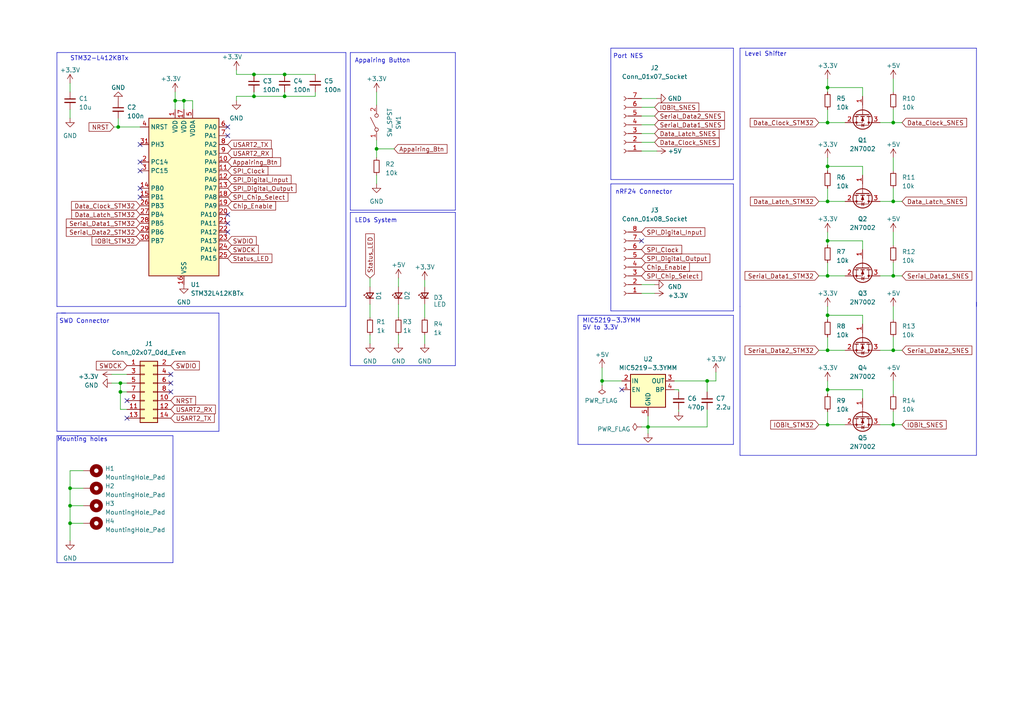
<source format=kicad_sch>
(kicad_sch (version 20230121) (generator eeschema)
  (paper "A4")
  (title_block (title "SNES Wireless Receiver (NRF24L01 Exclude)") (date "2023-04-20") (rev "4.0a") (company "ENSEA"))
  (lib_symbols
    (symbol "Connector:Conn_01x07_Socket" (pin_names (offset 1.016) hide)
      (property "Reference" "J" (at 0 10.16 0))
      (property "Value" "Conn_01x07_Socket" (at 0 -10.16 0))
      (symbol "Conn_01x07_Socket_1_1"
        (arc (start 0 -7.112) (mid -0.5058 -7.62) (end 0 -8.128) (stroke (width 0.1524)))
        (arc (start 0 -4.572) (mid -0.5058 -5.08) (end 0 -5.588) (stroke (width 0.1524)))
        (arc (start 0 -2.032) (mid -0.5058 -2.54) (end 0 -3.048) (stroke (width 0.1524)))
        (polyline (pts (xy -1.27 -7.62) (xy -0.508 -7.62)) (stroke (width 0.1524)))
        (polyline (pts (xy -1.27 -5.08) (xy -0.508 -5.08)) (stroke (width 0.1524)))
        (polyline (pts (xy -1.27 -2.54) (xy -0.508 -2.54)) (stroke (width 0.1524)))
        (polyline (pts (xy -1.27 0) (xy -0.508 0)) (stroke (width 0.1524)))
        (polyline (pts (xy -1.27 2.54) (xy -0.508 2.54)) (stroke (width 0.1524)))
        (polyline (pts (xy -1.27 5.08) (xy -0.508 5.08)) (stroke (width 0.1524)))
        (polyline (pts (xy -1.27 7.62) (xy -0.508 7.62)) (stroke (width 0.1524)))
        (arc (start 0 0.508) (mid -0.5058 0) (end 0 -0.508) (stroke (width 0.1524)))
        (arc (start 0 3.048) (mid -0.5058 2.54) (end 0 2.032) (stroke (width 0.1524)))
        (arc (start 0 5.588) (mid -0.5058 5.08) (end 0 4.572) (stroke (width 0.1524)))
        (arc (start 0 8.128) (mid -0.5058 7.62) (end 0 7.112) (stroke (width 0.1524)))
        (pin passive line (at -5.08 7.62 0) (length 3.81) (name "Pin_1") (number "1"))
        (pin passive line (at -5.08 5.08 0) (length 3.81) (name "Pin_2") (number "2"))
        (pin passive line (at -5.08 2.54 0) (length 3.81) (name "Pin_3") (number "3"))
        (pin passive line (at -5.08 0 0) (length 3.81) (name "Pin_4") (number "4"))
        (pin passive line (at -5.08 -2.54 0) (length 3.81) (name "Pin_5") (number "5"))
        (pin passive line (at -5.08 -5.08 0) (length 3.81) (name "Pin_6") (number "6"))
        (pin passive line (at -5.08 -7.62 0) (length 3.81) (name "Pin_7") (number "7"))
      )
    )
    (symbol "Connector:Conn_01x08_Socket" (pin_names (offset 1.016) hide)
      (property "Reference" "J" (at 0 10.16 0))
      (property "Value" "Conn_01x08_Socket" (at 0 -12.7 0))
      (symbol "Conn_01x08_Socket_1_1"
        (arc (start 0 -9.652) (mid -0.5058 -10.16) (end 0 -10.668) (stroke (width 0.1524)))
        (arc (start 0 -7.112) (mid -0.5058 -7.62) (end 0 -8.128) (stroke (width 0.1524)))
        (arc (start 0 -4.572) (mid -0.5058 -5.08) (end 0 -5.588) (stroke (width 0.1524)))
        (arc (start 0 -2.032) (mid -0.5058 -2.54) (end 0 -3.048) (stroke (width 0.1524)))
        (polyline (pts (xy -1.27 -10.16) (xy -0.508 -10.16)) (stroke (width 0.1524)))
        (polyline (pts (xy -1.27 -7.62) (xy -0.508 -7.62)) (stroke (width 0.1524)))
        (polyline (pts (xy -1.27 -5.08) (xy -0.508 -5.08)) (stroke (width 0.1524)))
        (polyline (pts (xy -1.27 -2.54) (xy -0.508 -2.54)) (stroke (width 0.1524)))
        (polyline (pts (xy -1.27 0) (xy -0.508 0)) (stroke (width 0.1524)))
        (polyline (pts (xy -1.27 2.54) (xy -0.508 2.54)) (stroke (width 0.1524)))
        (polyline (pts (xy -1.27 5.08) (xy -0.508 5.08)) (stroke (width 0.1524)))
        (polyline (pts (xy -1.27 7.62) (xy -0.508 7.62)) (stroke (width 0.1524)))
        (arc (start 0 0.508) (mid -0.5058 0) (end 0 -0.508) (stroke (width 0.1524)))
        (arc (start 0 3.048) (mid -0.5058 2.54) (end 0 2.032) (stroke (width 0.1524)))
        (arc (start 0 5.588) (mid -0.5058 5.08) (end 0 4.572) (stroke (width 0.1524)))
        (arc (start 0 8.128) (mid -0.5058 7.62) (end 0 7.112) (stroke (width 0.1524)))
        (pin passive line (at -5.08 7.62 0) (length 3.81) (name "Pin_1") (number "1"))
        (pin passive line (at -5.08 5.08 0) (length 3.81) (name "Pin_2") (number "2"))
        (pin passive line (at -5.08 2.54 0) (length 3.81) (name "Pin_3") (number "3"))
        (pin passive line (at -5.08 0 0) (length 3.81) (name "Pin_4") (number "4"))
        (pin passive line (at -5.08 -2.54 0) (length 3.81) (name "Pin_5") (number "5"))
        (pin passive line (at -5.08 -5.08 0) (length 3.81) (name "Pin_6") (number "6"))
        (pin passive line (at -5.08 -7.62 0) (length 3.81) (name "Pin_7") (number "7"))
        (pin passive line (at -5.08 -10.16 0) (length 3.81) (name "Pin_8") (number "8"))
      )
    )
    (symbol "Connector_Generic:Conn_02x07_Odd_Even" (pin_names (offset 1.016) hide)
      (property "Reference" "J" (at 1.27 10.16 0))
      (property "Value" "Conn_02x07_Odd_Even" (at 1.27 -10.16 0))
      (symbol "Conn_02x07_Odd_Even_1_1"
        (rectangle (start -1.27 -7.493) (end 0 -7.747) (stroke (width 0.1524)))
        (rectangle (start -1.27 -4.953) (end 0 -5.207) (stroke (width 0.1524)))
        (rectangle (start -1.27 -2.413) (end 0 -2.667) (stroke (width 0.1524)))
        (rectangle (start -1.27 0.127) (end 0 -0.127) (stroke (width 0.1524)))
        (rectangle (start -1.27 2.667) (end 0 2.413) (stroke (width 0.1524)))
        (rectangle (start -1.27 5.207) (end 0 4.953) (stroke (width 0.1524)))
        (rectangle (start -1.27 7.747) (end 0 7.493) (stroke (width 0.1524)))
        (rectangle (start -1.27 8.89) (end 3.81 -8.89) (stroke (width 0.254)) (fill (type background)))
        (rectangle (start 3.81 -7.493) (end 2.54 -7.747) (stroke (width 0.1524)))
        (rectangle (start 3.81 -4.953) (end 2.54 -5.207) (stroke (width 0.1524)))
        (rectangle (start 3.81 -2.413) (end 2.54 -2.667) (stroke (width 0.1524)))
        (rectangle (start 3.81 0.127) (end 2.54 -0.127) (stroke (width 0.1524)))
        (rectangle (start 3.81 2.667) (end 2.54 2.413) (stroke (width 0.1524)))
        (rectangle (start 3.81 5.207) (end 2.54 4.953) (stroke (width 0.1524)))
        (rectangle (start 3.81 7.747) (end 2.54 7.493) (stroke (width 0.1524)))
        (pin passive line (at -5.08 7.62 0) (length 3.81) (name "Pin_1") (number "1"))
        (pin passive line (at 7.62 -2.54 180) (length 3.81) (name "Pin_10") (number "10"))
        (pin passive line (at -5.08 -5.08 0) (length 3.81) (name "Pin_11") (number "11"))
        (pin passive line (at 7.62 -5.08 180) (length 3.81) (name "Pin_12") (number "12"))
        (pin passive line (at -5.08 -7.62 0) (length 3.81) (name "Pin_13") (number "13"))
        (pin passive line (at 7.62 -7.62 180) (length 3.81) (name "Pin_14") (number "14"))
        (pin passive line (at 7.62 7.62 180) (length 3.81) (name "Pin_2") (number "2"))
        (pin passive line (at -5.08 5.08 0) (length 3.81) (name "Pin_3") (number "3"))
        (pin passive line (at 7.62 5.08 180) (length 3.81) (name "Pin_4") (number "4"))
        (pin passive line (at -5.08 2.54 0) (length 3.81) (name "Pin_5") (number "5"))
        (pin passive line (at 7.62 2.54 180) (length 3.81) (name "Pin_6") (number "6"))
        (pin passive line (at -5.08 0 0) (length 3.81) (name "Pin_7") (number "7"))
        (pin passive line (at 7.62 0 180) (length 3.81) (name "Pin_8") (number "8"))
        (pin passive line (at -5.08 -2.54 0) (length 3.81) (name "Pin_9") (number "9"))
      )
    )
    (symbol "Device:C_Small" (pin_numbers hide) (pin_names (offset 0.254) hide)
      (property "Reference" "C" (at 0.254 1.778 0))
      (property "Value" "C_Small" (at 0.254 -2.032 0))
      (symbol "C_Small_0_1"
        (polyline (pts (xy -1.524 -0.508) (xy 1.524 -0.508)) (stroke (width 0.3302)))
        (polyline (pts (xy -1.524 0.508) (xy 1.524 0.508)) (stroke (width 0.3048)))
      )
      (symbol "C_Small_1_1"
        (pin passive line (at 0 2.54 270) (length 2.032) (name "~") (number "1"))
        (pin passive line (at 0 -2.54 90) (length 2.032) (name "~") (number "2"))
      )
    )
    (symbol "Device:LED_Small" (pin_numbers hide) (pin_names (offset 0.254) hide)
      (property "Reference" "D" (at -1.27 3.175 0))
      (property "Value" "LED_Small" (at -4.445 -2.54 0))
      (symbol "LED_Small_0_1"
        (polyline (pts (xy -0.762 -1.016) (xy -0.762 1.016)) (stroke (width 0.254)))
        (polyline (pts (xy 1.016 0) (xy -0.762 0)))
        (polyline (pts (xy 0.762 -1.016) (xy -0.762 0) (xy 0.762 1.016) (xy 0.762 -1.016)) (stroke (width 0.254)))
        (polyline (pts (xy 0 0.762) (xy -0.508 1.27) (xy -0.254 1.27) (xy -0.508 1.27) (xy -0.508 1.016)))
        (polyline (pts (xy 0.508 1.27) (xy 0 1.778) (xy 0.254 1.778) (xy 0 1.778) (xy 0 1.524)))
      )
      (symbol "LED_Small_1_1"
        (pin passive line (at -2.54 0 0) (length 1.778) (name "K") (number "1"))
        (pin passive line (at 2.54 0 180) (length 1.778) (name "A") (number "2"))
      )
    )
    (symbol "Device:R_Small" (pin_numbers hide) (pin_names (offset 0.254) hide)
      (property "Reference" "R" (at 0.762 0.508 0))
      (property "Value" "R_Small" (at 0.762 -1.016 0))
      (symbol "R_Small_0_1"
        (rectangle (start -0.762 1.778) (end 0.762 -1.778) (stroke (width 0.2032)))
      )
      (symbol "R_Small_1_1"
        (pin passive line (at 0 2.54 270) (length 0.762) (name "~") (number "1"))
        (pin passive line (at 0 -2.54 90) (length 0.762) (name "~") (number "2"))
      )
    )
    (symbol "MCU_ST_STM32L4:STM32L412KBTx"
      (property "Reference" "U" (at -10.16 24.13 0))
      (property "Value" "STM32L412KBTx" (at 5.08 24.13 0))
      (symbol "STM32L412KBTx_0_1"
        (rectangle (start -10.16 -22.86) (end 10.16 22.86) (stroke (width 0.254)) (fill (type background)))
      )
      (symbol "STM32L412KBTx_1_1"
        (pin power_in line (at -2.54 25.4 270) (length 2.54) (name "VDD") (number "1"))
        (pin bidirectional line (at 12.7 10.16 180) (length 2.54) (name "PA4") (number "10"))
        (pin bidirectional line (at 12.7 7.62 180) (length 2.54) (name "PA5") (number "11"))
        (pin bidirectional line (at 12.7 5.08 180) (length 2.54) (name "PA6") (number "12"))
        (pin bidirectional line (at 12.7 2.54 180) (length 2.54) (name "PA7") (number "13"))
        (pin bidirectional line (at -12.7 2.54 0) (length 2.54) (name "PB0") (number "14"))
        (pin bidirectional line (at -12.7 0 0) (length 2.54) (name "PB1") (number "15"))
        (pin power_in line (at 0 -25.4 90) (length 2.54) (name "VSS") (number "16"))
        (pin power_in line (at 0 25.4 270) (length 2.54) (name "VDD") (number "17"))
        (pin bidirectional line (at 12.7 0 180) (length 2.54) (name "PA8") (number "18"))
        (pin bidirectional line (at 12.7 -2.54 180) (length 2.54) (name "PA9") (number "19"))
        (pin bidirectional line (at -12.7 10.16 0) (length 2.54) (name "PC14") (number "2"))
        (pin bidirectional line (at 12.7 -5.08 180) (length 2.54) (name "PA10") (number "20"))
        (pin bidirectional line (at 12.7 -7.62 180) (length 2.54) (name "PA11") (number "21"))
        (pin bidirectional line (at 12.7 -10.16 180) (length 2.54) (name "PA12") (number "22"))
        (pin bidirectional line (at 12.7 -12.7 180) (length 2.54) (name "PA13") (number "23"))
        (pin bidirectional line (at 12.7 -15.24 180) (length 2.54) (name "PA14") (number "24"))
        (pin bidirectional line (at 12.7 -17.78 180) (length 2.54) (name "PA15") (number "25"))
        (pin bidirectional line (at -12.7 -2.54 0) (length 2.54) (name "PB3") (number "26"))
        (pin bidirectional line (at -12.7 -5.08 0) (length 2.54) (name "PB4") (number "27"))
        (pin bidirectional line (at -12.7 -7.62 0) (length 2.54) (name "PB5") (number "28"))
        (pin bidirectional line (at -12.7 -10.16 0) (length 2.54) (name "PB6") (number "29"))
        (pin bidirectional line (at -12.7 7.62 0) (length 2.54) (name "PC15") (number "3"))
        (pin bidirectional line (at -12.7 -12.7 0) (length 2.54) (name "PB7") (number "30"))
        (pin bidirectional line (at -12.7 15.24 0) (length 2.54) (name "PH3") (number "31"))
        (pin passive line (at 0 -25.4 90) (length 2.54) hide (name "VSS") (number "32"))
        (pin input line (at -12.7 20.32 0) (length 2.54) (name "NRST") (number "4"))
        (pin power_in line (at 2.54 25.4 270) (length 2.54) (name "VDDA") (number "5"))
        (pin bidirectional line (at 12.7 20.32 180) (length 2.54) (name "PA0") (number "6"))
        (pin bidirectional line (at 12.7 17.78 180) (length 2.54) (name "PA1") (number "7"))
        (pin bidirectional line (at 12.7 15.24 180) (length 2.54) (name "PA2") (number "8"))
        (pin bidirectional line (at 12.7 12.7 180) (length 2.54) (name "PA3") (number "9"))
      )
    )
    (symbol "Mechanical:MountingHole_Pad" (pin_numbers hide) (pin_names (offset 1.016) hide)
      (property "Reference" "H" (at 0 6.35 0))
      (property "Value" "MountingHole_Pad" (at 0 4.445 0))
      (symbol "MountingHole_Pad_0_1"
        (circle (center 0 1.27) (radius 1.27) (stroke (width 1.27)))
      )
      (symbol "MountingHole_Pad_1_1"
        (pin input line (at 0 -2.54 90) (length 2.54) (name "1") (number "1"))
      )
    )
    (symbol "Regulator_Linear:MIC5219-3.3YMM" (pin_names (offset 0.254))
      (property "Reference" "U" (at -3.81 5.715 0))
      (property "Value" "MIC5219-3.3YMM" (at 0 5.715 0))
      (symbol "MIC5219-3.3YMM_0_1"
        (rectangle (start -5.08 4.445) (end 5.08 -5.08) (stroke (width 0.254)) (fill (type background)))
      )
      (symbol "MIC5219-3.3YMM_1_1"
        (pin input line (at -7.62 0 0) (length 2.54) (name "EN") (number "1"))
        (pin power_in line (at -7.62 2.54 0) (length 2.54) (name "IN") (number "2"))
        (pin power_out line (at 7.62 2.54 180) (length 2.54) (name "OUT") (number "3"))
        (pin input line (at 7.62 0 180) (length 2.54) (name "BP") (number "4"))
        (pin power_in line (at 0 -7.62 90) (length 2.54) (name "GND") (number "5"))
        (pin passive line (at 0 -7.62 90) (length 2.54) hide (name "GND") (number "6"))
        (pin passive line (at 0 -7.62 90) (length 2.54) hide (name "GND") (number "7"))
        (pin passive line (at 0 -7.62 90) (length 2.54) hide (name "GND") (number "8"))
      )
    )
    (symbol "Switch:SW_SPST" (pin_names (offset 0) hide)
      (property "Reference" "SW" (at 0 3.175 0))
      (property "Value" "SW_SPST" (at 0 -2.54 0))
      (symbol "SW_SPST_0_0"
        (circle (center -2.032 0) (radius 0.508))
        (polyline (pts (xy -1.524 0.254) (xy 1.524 1.778)))
        (circle (center 2.032 0) (radius 0.508))
      )
      (symbol "SW_SPST_1_1"
        (pin passive line (at -5.08 0 0) (length 2.54) (name "A") (number "1"))
        (pin passive line (at 5.08 0 180) (length 2.54) (name "B") (number "2"))
      )
    )
    (symbol "Transistor_FET:2N7002" (pin_names hide)
      (property "Reference" "Q" (at 5.08 1.905 0))
      (property "Value" "2N7002" (at 5.08 0 0))
      (symbol "2N7002_0_1"
        (polyline (pts (xy 0.254 0) (xy -2.54 0)))
        (polyline (pts (xy 0.254 1.905) (xy 0.254 -1.905)) (stroke (width 0.254)))
        (polyline (pts (xy 0.762 -1.27) (xy 0.762 -2.286)) (stroke (width 0.254)))
        (polyline (pts (xy 0.762 0.508) (xy 0.762 -0.508)) (stroke (width 0.254)))
        (polyline (pts (xy 0.762 2.286) (xy 0.762 1.27)) (stroke (width 0.254)))
        (polyline (pts (xy 2.54 2.54) (xy 2.54 1.778)))
        (polyline (pts (xy 2.54 -2.54) (xy 2.54 0) (xy 0.762 0)))
        (polyline (pts (xy 0.762 -1.778) (xy 3.302 -1.778) (xy 3.302 1.778) (xy 0.762 1.778)))
        (polyline (pts (xy 1.016 0) (xy 2.032 0.381) (xy 2.032 -0.381) (xy 1.016 0)) (fill (type outline)))
        (polyline (pts (xy 2.794 0.508) (xy 2.921 0.381) (xy 3.683 0.381) (xy 3.81 0.254)))
        (polyline (pts (xy 3.302 0.381) (xy 2.921 -0.254) (xy 3.683 -0.254) (xy 3.302 0.381)))
        (circle (center 1.651 0) (radius 2.794) (stroke (width 0.254)))
        (circle (center 2.54 -1.778) (radius 0.254) (fill (type outline)))
        (circle (center 2.54 1.778) (radius 0.254) (fill (type outline)))
      )
      (symbol "2N7002_1_1"
        (pin input line (at -5.08 0 0) (length 2.54) (name "G") (number "1"))
        (pin passive line (at 2.54 -5.08 90) (length 2.54) (name "S") (number "2"))
        (pin passive line (at 2.54 5.08 270) (length 2.54) (name "D") (number "3"))
      )
    )
    (symbol "power:+3.3V" (power) (pin_names (offset 0))
      (property "Value" "+3.3V" (at 0 3.556 0))
      (symbol "+3.3V_0_1"
        (polyline (pts (xy -0.762 1.27) (xy 0 2.54)))
        (polyline (pts (xy 0 0) (xy 0 2.54)))
        (polyline (pts (xy 0 2.54) (xy 0.762 1.27)))
      )
      (symbol "+3.3V_1_1"
        (pin power_in line (at 0 0 90) (length 0) hide (name "+3.3V") (number "1"))
      )
    )
    (symbol "power:+5V" (power) (pin_names (offset 0))
      (property "Value" "+5V" (at 0 3.556 0))
      (symbol "+5V_0_1"
        (polyline (pts (xy -0.762 1.27) (xy 0 2.54)))
        (polyline (pts (xy 0 0) (xy 0 2.54)))
        (polyline (pts (xy 0 2.54) (xy 0.762 1.27)))
      )
      (symbol "+5V_1_1"
        (pin power_in line (at 0 0 90) (length 0) hide (name "+5V") (number "1"))
      )
    )
    (symbol "power:GND" (power) (pin_names (offset 0))
      (property "Value" "GND" (at 0 -3.81 0))
      (symbol "GND_0_1"
        (polyline (pts (xy 0 0) (xy 0 -1.27) (xy 1.27 -1.27) (xy 0 -2.54) (xy -1.27 -1.27) (xy 0 -1.27)))
      )
      (symbol "GND_1_1"
        (pin power_in line (at 0 0 270) (length 0) hide (name "GND") (number "1"))
      )
    )
    (symbol "power:PWR_FLAG" (power) (pin_numbers hide) (pin_names (offset 0) hide)
      (property "Value" "PWR_FLAG" (at 0 3.81 0))
      (symbol "PWR_FLAG_0_0"
        (pin power_out line (at 0 0 90) (length 0) (name "pwr") (number "1"))
      )
      (symbol "PWR_FLAG_0_1"
        (polyline (pts (xy 0 0) (xy 0 1.27) (xy -1.016 1.905) (xy 0 2.54) (xy 1.016 1.905) (xy 0 1.27)))
      )
    )
  )
  (junction (at 34.925 111.125))
  (junction (at 109.22 43.18))
  (junction (at 259.08 80.01))
  (junction (at 82.55 27.94))
  (junction (at 240.03 101.6))
  (junction (at 174.625 110.49))
  (junction (at 82.55 21.59))
  (junction (at 240.03 113.03))
  (junction (at 34.29 36.83))
  (junction (at 240.03 69.85))
  (junction (at 73.66 27.94))
  (junction (at 73.66 21.59))
  (junction (at 187.96 123.825))
  (junction (at 259.08 101.6))
  (junction (at 20.32 141.605))
  (junction (at 20.32 151.765))
  (junction (at 259.08 123.19))
  (junction (at 240.03 91.44))
  (junction (at 20.32 146.685))
  (junction (at 240.03 35.56))
  (junction (at 259.08 58.42))
  (junction (at 240.03 80.01))
  (junction (at 259.08 35.56))
  (junction (at 53.34 29.21))
  (junction (at 240.03 123.19))
  (junction (at 240.03 48.26))
  (junction (at 205.105 110.49))
  (junction (at 240.03 58.42))
  (junction (at 34.925 113.665))
  (junction (at 240.03 25.4))
  (junction (at 50.8 29.21))
  (no_connect (at 180.34 113.03))
  (no_connect (at 36.83 121.285))
  (no_connect (at 66.04 39.37))
  (no_connect (at 66.04 67.31))
  (no_connect (at 40.64 54.61))
  (no_connect (at 40.64 41.91))
  (no_connect (at 40.64 49.53))
  (no_connect (at 40.64 46.99))
  (no_connect (at 66.04 64.77))
  (no_connect (at 49.53 108.585))
  (no_connect (at 49.53 111.125))
  (no_connect (at 66.04 62.23))
  (no_connect (at 36.83 116.205))
  (no_connect (at 186.055 69.85))
  (no_connect (at 40.64 57.15))
  (no_connect (at 66.04 36.83))
  (no_connect (at 49.53 113.665))
  (wire (pts (xy 205.105 118.745) (xy 205.105 123.825)))
  (wire (pts (xy 115.57 80.645) (xy 115.57 83.185)))
  (polyline (pts (xy 283.21 132.08) (xy 283.21 87.63)))
  (wire (pts (xy 259.08 101.6) (xy 259.08 97.79)))
  (wire (pts (xy 187.96 120.65) (xy 187.96 123.825)))
  (wire (pts (xy 255.27 58.42) (xy 259.08 58.42)))
  (polyline (pts (xy 16.51 126.365) (xy 16.51 163.195)))
  (wire (pts (xy 189.865 31.115) (xy 186.055 31.115)))
  (wire (pts (xy 20.32 136.525) (xy 20.32 141.605)))
  (polyline (pts (xy 177.165 52.07) (xy 212.725 52.07)))
  (wire (pts (xy 250.19 93.98) (xy 250.19 91.44)))
  (wire (pts (xy 250.19 50.8) (xy 250.19 48.26)))
  (wire (pts (xy 196.85 113.03) (xy 196.85 113.665)))
  (polyline (pts (xy 177.165 13.97) (xy 177.165 52.07)))
  (wire (pts (xy 123.19 88.265) (xy 123.19 92.075)))
  (wire (pts (xy 34.925 111.125) (xy 32.385 111.125)))
  (wire (pts (xy 259.08 22.86) (xy 259.08 26.67)))
  (wire (pts (xy 237.49 101.6) (xy 240.03 101.6)))
  (wire (pts (xy 259.08 45.72) (xy 259.08 49.53)))
  (wire (pts (xy 255.27 101.6) (xy 259.08 101.6)))
  (wire (pts (xy 174.625 106.68) (xy 174.625 110.49)))
  (polyline (pts (xy 100.33 88.9) (xy 100.33 15.24)))
  (wire (pts (xy 20.32 146.685) (xy 24.13 146.685)))
  (wire (pts (xy 259.08 80.01) (xy 259.08 76.2)))
  (polyline (pts (xy 214.63 132.08) (xy 283.21 132.08)))
  (wire (pts (xy 259.08 101.6) (xy 261.62 101.6)))
  (wire (pts (xy 123.19 97.155) (xy 123.19 99.695)))
  (wire (pts (xy 240.03 113.03) (xy 240.03 114.3)))
  (wire (pts (xy 107.315 97.155) (xy 107.315 99.695)))
  (wire (pts (xy 109.22 40.64) (xy 109.22 43.18)))
  (wire (pts (xy 82.55 21.59) (xy 91.44 21.59)))
  (wire (pts (xy 55.88 29.21) (xy 53.34 29.21)))
  (wire (pts (xy 250.19 72.39) (xy 250.19 69.85)))
  (wire (pts (xy 180.34 110.49) (xy 174.625 110.49)))
  (polyline (pts (xy 63.5 125.095) (xy 63.5 90.805)))
  (polyline (pts (xy 215.9 13.97) (xy 283.21 13.97)))
  (wire (pts (xy 53.34 29.21) (xy 50.8 29.21)))
  (wire (pts (xy 20.32 141.605) (xy 20.32 146.685)))
  (wire (pts (xy 174.625 110.49) (xy 174.625 111.76)))
  (polyline (pts (xy 177.165 53.34) (xy 212.725 53.34)))
  (wire (pts (xy 240.03 97.79) (xy 240.03 101.6)))
  (polyline (pts (xy 167.64 128.905) (xy 212.725 128.905)))
  (wire (pts (xy 205.105 113.665) (xy 205.105 110.49)))
  (polyline (pts (xy 50.165 163.195) (xy 50.165 126.365)))
  (wire (pts (xy 109.22 50.8) (xy 109.22 53.34)))
  (wire (pts (xy 34.925 111.125) (xy 34.925 113.665)))
  (wire (pts (xy 24.13 136.525) (xy 20.32 136.525)))
  (wire (pts (xy 237.49 123.19) (xy 240.03 123.19)))
  (wire (pts (xy 20.32 151.765) (xy 20.32 156.845)))
  (wire (pts (xy 73.66 21.59) (xy 82.55 21.59)))
  (wire (pts (xy 255.27 35.56) (xy 259.08 35.56)))
  (wire (pts (xy 107.315 88.265) (xy 107.315 92.075)))
  (wire (pts (xy 240.03 110.49) (xy 240.03 113.03)))
  (wire (pts (xy 115.57 88.265) (xy 115.57 92.075)))
  (polyline (pts (xy 212.725 90.17) (xy 212.725 53.34)))
  (wire (pts (xy 73.66 27.94) (xy 68.58 27.94)))
  (wire (pts (xy 259.08 123.19) (xy 261.62 123.19)))
  (wire (pts (xy 186.055 82.55) (xy 189.865 82.55)))
  (wire (pts (xy 240.03 69.85) (xy 250.19 69.85)))
  (wire (pts (xy 240.03 69.85) (xy 240.03 71.12)))
  (polyline (pts (xy 101.6 60.96) (xy 132.08 60.96)))
  (wire (pts (xy 240.03 31.75) (xy 240.03 35.56)))
  (polyline (pts (xy 16.51 125.095) (xy 63.5 125.095)))
  (wire (pts (xy 186.055 36.195) (xy 189.865 36.195)))
  (wire (pts (xy 240.03 25.4) (xy 250.19 25.4)))
  (wire (pts (xy 34.925 113.665) (xy 36.83 113.665)))
  (wire (pts (xy 240.03 48.26) (xy 240.03 49.53)))
  (wire (pts (xy 259.08 123.19) (xy 259.08 119.38)))
  (wire (pts (xy 250.19 115.57) (xy 250.19 113.03)))
  (wire (pts (xy 186.055 28.575) (xy 190.5 28.575)))
  (wire (pts (xy 207.645 110.49) (xy 205.105 110.49)))
  (polyline (pts (xy 16.51 15.24) (xy 100.33 15.24)))
  (wire (pts (xy 240.03 54.61) (xy 240.03 58.42)))
  (polyline (pts (xy 214.63 13.97) (xy 214.63 88.9)))
  (wire (pts (xy 237.49 35.56) (xy 240.03 35.56)))
  (wire (pts (xy 20.32 146.685) (xy 20.32 151.765)))
  (wire (pts (xy 34.925 113.665) (xy 34.925 118.745)))
  (wire (pts (xy 20.32 141.605) (xy 24.13 141.605)))
  (wire (pts (xy 195.58 110.49) (xy 205.105 110.49)))
  (wire (pts (xy 55.88 31.75) (xy 55.88 29.21)))
  (wire (pts (xy 207.645 107.95) (xy 207.645 110.49)))
  (wire (pts (xy 186.055 41.275) (xy 189.865 41.275)))
  (wire (pts (xy 186.055 123.825) (xy 187.96 123.825)))
  (wire (pts (xy 68.58 27.94) (xy 68.58 29.21)))
  (polyline (pts (xy 167.64 91.44) (xy 167.64 128.905)))
  (wire (pts (xy 187.96 123.825) (xy 205.105 123.825)))
  (wire (pts (xy 240.03 80.01) (xy 245.11 80.01)))
  (wire (pts (xy 240.03 67.31) (xy 240.03 69.85)))
  (polyline (pts (xy 63.5 90.805) (xy 17.78 90.805)))
  (polyline (pts (xy 283.21 88.9) (xy 283.21 13.97)))
  (wire (pts (xy 109.22 26.67) (xy 109.22 30.48)))
  (wire (pts (xy 20.32 31.75) (xy 20.32 34.29)))
  (polyline (pts (xy 101.6 15.24) (xy 101.6 60.96)))
  (polyline (pts (xy 101.6 61.595) (xy 101.6 106.045)))
  (wire (pts (xy 33.02 36.83) (xy 34.29 36.83)))
  (wire (pts (xy 259.08 80.01) (xy 261.62 80.01)))
  (wire (pts (xy 123.19 81.28) (xy 123.19 83.185)))
  (polyline (pts (xy 16.51 92.075) (xy 16.51 125.095)))
  (polyline (pts (xy 212.725 52.07) (xy 212.725 13.97)))
  (polyline (pts (xy 101.6 106.045) (xy 132.08 106.045)))
  (wire (pts (xy 240.03 119.38) (xy 240.03 123.19)))
  (wire (pts (xy 186.055 38.735) (xy 189.865 38.735)))
  (wire (pts (xy 240.03 123.19) (xy 245.11 123.19)))
  (wire (pts (xy 34.925 111.125) (xy 36.83 111.125)))
  (polyline (pts (xy 132.08 106.045) (xy 132.08 61.595)))
  (wire (pts (xy 240.03 91.44) (xy 250.19 91.44)))
  (polyline (pts (xy 16.51 90.805) (xy 16.51 92.075)))
  (wire (pts (xy 50.8 29.21) (xy 50.8 26.67)))
  (polyline (pts (xy 132.08 60.96) (xy 132.08 15.24)))
  (wire (pts (xy 34.925 118.745) (xy 36.83 118.745)))
  (polyline (pts (xy 16.51 126.365) (xy 50.165 126.365)))
  (wire (pts (xy 195.58 113.03) (xy 196.85 113.03)))
  (wire (pts (xy 186.055 85.09) (xy 189.865 85.09)))
  (polyline (pts (xy 177.165 53.34) (xy 177.165 90.17)))
  (wire (pts (xy 50.8 29.21) (xy 50.8 31.75)))
  (wire (pts (xy 240.03 58.42) (xy 245.11 58.42)))
  (wire (pts (xy 255.27 80.01) (xy 259.08 80.01)))
  (polyline (pts (xy 167.64 91.44) (xy 212.725 91.44)))
  (wire (pts (xy 107.315 80.645) (xy 107.315 83.185)))
  (wire (pts (xy 240.03 25.4) (xy 240.03 26.67)))
  (wire (pts (xy 20.32 151.765) (xy 24.13 151.765)))
  (wire (pts (xy 237.49 80.01) (xy 240.03 80.01)))
  (polyline (pts (xy 177.165 90.17) (xy 212.725 90.17)))
  (polyline (pts (xy 16.51 15.24) (xy 16.51 88.9)))
  (wire (pts (xy 73.66 27.94) (xy 82.55 27.94)))
  (wire (pts (xy 82.55 27.94) (xy 82.55 26.67)))
  (wire (pts (xy 255.27 123.19) (xy 259.08 123.19)))
  (polyline (pts (xy 214.63 13.97) (xy 215.9 13.97)))
  (wire (pts (xy 73.66 21.59) (xy 68.58 21.59)))
  (wire (pts (xy 250.19 27.94) (xy 250.19 25.4)))
  (polyline (pts (xy 16.51 163.195) (xy 50.165 163.195)))
  (wire (pts (xy 20.32 24.13) (xy 20.32 26.67)))
  (wire (pts (xy 240.03 91.44) (xy 240.03 92.71)))
  (wire (pts (xy 34.29 34.29) (xy 34.29 36.83)))
  (polyline (pts (xy 16.51 88.9) (xy 100.33 88.9)))
  (wire (pts (xy 53.34 31.75) (xy 53.34 29.21)))
  (wire (pts (xy 259.08 58.42) (xy 261.62 58.42)))
  (wire (pts (xy 240.03 101.6) (xy 245.11 101.6)))
  (wire (pts (xy 91.44 27.94) (xy 91.44 26.67)))
  (wire (pts (xy 240.03 48.26) (xy 250.19 48.26)))
  (wire (pts (xy 73.66 27.94) (xy 73.66 26.67)))
  (wire (pts (xy 259.08 35.56) (xy 261.62 35.56)))
  (wire (pts (xy 36.83 108.585) (xy 32.385 108.585)))
  (wire (pts (xy 82.55 27.94) (xy 91.44 27.94)))
  (polyline (pts (xy 212.725 128.905) (xy 212.725 91.44)))
  (wire (pts (xy 240.03 88.9) (xy 240.03 91.44)))
  (wire (pts (xy 259.08 88.9) (xy 259.08 92.71)))
  (wire (pts (xy 237.49 58.42) (xy 240.03 58.42)))
  (wire (pts (xy 115.57 97.155) (xy 115.57 99.695)))
  (wire (pts (xy 259.08 35.56) (xy 259.08 31.75)))
  (wire (pts (xy 240.03 76.2) (xy 240.03 80.01)))
  (polyline (pts (xy 214.63 88.9) (xy 214.63 132.08)))
  (wire (pts (xy 189.865 33.655) (xy 186.055 33.655)))
  (wire (pts (xy 196.85 118.745) (xy 196.85 119.38)))
  (wire (pts (xy 240.03 22.86) (xy 240.03 25.4)))
  (polyline (pts (xy 16.51 90.805) (xy 19.05 90.805)))
  (wire (pts (xy 109.22 43.18) (xy 114.3 43.18)))
  (wire (pts (xy 240.03 35.56) (xy 245.11 35.56)))
  (wire (pts (xy 109.22 43.18) (xy 109.22 45.72)))
  (polyline (pts (xy 177.165 13.97) (xy 212.725 13.97)))
  (wire (pts (xy 259.08 58.42) (xy 259.08 54.61)))
  (wire (pts (xy 68.58 21.59) (xy 68.58 20.32)))
  (wire (pts (xy 186.055 43.815) (xy 190.5 43.815)))
  (polyline (pts (xy 101.6 61.595) (xy 132.08 61.595)))
  (wire (pts (xy 240.03 45.72) (xy 240.03 48.26)))
  (wire (pts (xy 34.29 36.83) (xy 40.64 36.83)))
  (wire (pts (xy 240.03 113.03) (xy 250.19 113.03)))
  (polyline (pts (xy 101.6 15.24) (xy 132.08 15.24)))
  (wire (pts (xy 187.96 123.825) (xy 187.96 125.73)))
  (wire (pts (xy 259.08 110.49) (xy 259.08 114.3)))
  (wire (pts (xy 259.08 67.31) (xy 259.08 71.12)))
  (text "MIC5219-3.3YMM\n5V to 3.3V" (at 168.91 95.885 0) (effects (font (size 1.27 1.27)) (justify left bottom)))
  (text "Appairing Button\n" (at 102.87 18.415 0) (effects (font (size 1.27 1.27)) (justify left bottom)))
  (text "Mounting holes\n" (at 16.51 128.27 0) (effects (font (size 1.27 1.27)) (justify left bottom)))
  (text "Level Shifter\n" (at 215.9 16.51 0) (effects (font (size 1.27 1.27)) (justify left bottom)))
  (text "nRF24 Connector" (at 178.435 56.515 0) (effects (font (size 1.27 1.27)) (justify left bottom)))
  (text "Port NES\n" (at 177.8 17.145 0) (effects (font (size 1.27 1.27)) (justify left bottom)))
  (text "LEDs System" (at 102.87 64.77 0) (effects (font (size 1.27 1.27)) (justify left bottom)))
  (text "SWD Connector" (at 17.145 93.98 0) (effects (font (size 1.27 1.27)) (justify left bottom)))
  (text "STM32-L412KBTx\n" (at 20.32 17.78 0) (effects (font (size 1.27 1.27)) (justify left bottom)))
  (global_label "Serial_Data1_STM32" (shape input) (at 40.64 64.77 180) (property "Intersheetrefs" "${INTERSHEET_REFS}" (effects hide)))
  (global_label "Chip_Enable" (shape input) (at 186.055 77.47 0) (property "Intersheetrefs" "${INTERSHEET_REFS}" (effects hide)))
  (global_label "SPI_Clock" (shape input) (at 66.04 49.53 0) (property "Intersheetrefs" "${INTERSHEET_REFS}" (effects hide)))
  (global_label "Data_Clock_STM32" (shape input) (at 237.49 35.56 180) (property "Intersheetrefs" "${INTERSHEET_REFS}" (effects hide)))
  (global_label "Serial_Data1_SNES" (shape input) (at 261.62 80.01 0) (property "Intersheetrefs" "${INTERSHEET_REFS}" (effects hide)))
  (global_label "SWDCK" (shape input) (at 66.04 72.39 0) (property "Intersheetrefs" "${INTERSHEET_REFS}" (effects hide)))
  (global_label "Data_Clock_SNES" (shape input) (at 189.865 41.275 0) (property "Intersheetrefs" "${INTERSHEET_REFS}" (effects hide)))
  (global_label "Data_Clock_STM32" (shape input) (at 40.64 59.69 180) (property "Intersheetrefs" "${INTERSHEET_REFS}" (effects hide)))
  (global_label "Data_Latch_STM32" (shape input) (at 237.49 58.42 180) (property "Intersheetrefs" "${INTERSHEET_REFS}" (effects hide)))
  (global_label "Serial_Data1_STM32" (shape input) (at 237.49 80.01 180) (property "Intersheetrefs" "${INTERSHEET_REFS}" (effects hide)))
  (global_label "Data_Clock_SNES" (shape input) (at 261.62 35.56 0) (property "Intersheetrefs" "${INTERSHEET_REFS}" (effects hide)))
  (global_label "USART2_RX" (shape input) (at 49.53 118.745 0) (property "Intersheetrefs" "${INTERSHEET_REFS}" (effects hide)))
  (global_label "IOBit_STM32" (shape input) (at 237.49 123.19 180) (property "Intersheetrefs" "${INTERSHEET_REFS}" (effects hide)))
  (global_label "Data_Latch_SNES" (shape input) (at 261.62 58.42 0) (property "Intersheetrefs" "${INTERSHEET_REFS}" (effects hide)))
  (global_label "Serial_Data1_SNES" (shape input) (at 189.865 36.195 0) (property "Intersheetrefs" "${INTERSHEET_REFS}" (effects hide)))
  (global_label "Serial_Data2_SNES" (shape input) (at 189.865 33.655 0) (property "Intersheetrefs" "${INTERSHEET_REFS}" (effects hide)))
  (global_label "IOBit_STM32" (shape input) (at 40.64 69.85 180) (property "Intersheetrefs" "${INTERSHEET_REFS}" (effects hide)))
  (global_label "Data_Latch_STM32" (shape input) (at 40.64 62.23 180) (property "Intersheetrefs" "${INTERSHEET_REFS}" (effects hide)))
  (global_label "SPI_Chip_Select" (shape input) (at 66.04 57.15 0) (property "Intersheetrefs" "${INTERSHEET_REFS}" (effects hide)))
  (global_label "USART2_TX" (shape input) (at 49.53 121.285 0) (property "Intersheetrefs" "${INTERSHEET_REFS}" (effects hide)))
  (global_label "Serial_Data2_SNES" (shape input) (at 261.62 101.6 0) (property "Intersheetrefs" "${INTERSHEET_REFS}" (effects hide)))
  (global_label "IOBit_SNES" (shape input) (at 189.865 31.115 0) (property "Intersheetrefs" "${INTERSHEET_REFS}" (effects hide)))
  (global_label "SPI_Clock" (shape input) (at 186.055 72.39 0) (property "Intersheetrefs" "${INTERSHEET_REFS}" (effects hide)))
  (global_label "USART2_TX" (shape input) (at 66.04 41.91 0) (property "Intersheetrefs" "${INTERSHEET_REFS}" (effects hide)))
  (global_label "Chip_Enable" (shape input) (at 66.04 59.69 0) (property "Intersheetrefs" "${INTERSHEET_REFS}" (effects hide)))
  (global_label "SWDIO" (shape input) (at 66.04 69.85 0) (property "Intersheetrefs" "${INTERSHEET_REFS}" (effects hide)))
  (global_label "Status_LED" (shape input) (at 66.04 74.93 0) (property "Intersheetrefs" "${INTERSHEET_REFS}" (effects hide)))
  (global_label "SPI_Digital_Output" (shape input) (at 66.04 54.61 0) (property "Intersheetrefs" "${INTERSHEET_REFS}" (effects hide)))
  (global_label "Status_LED" (shape input) (at 107.315 80.645 90) (property "Intersheetrefs" "${INTERSHEET_REFS}" (effects hide)))
  (global_label "SWDCK" (shape input) (at 36.83 106.045 180) (property "Intersheetrefs" "${INTERSHEET_REFS}" (effects hide)))
  (global_label "Serial_Data2_STM32" (shape input) (at 237.49 101.6 180) (property "Intersheetrefs" "${INTERSHEET_REFS}" (effects hide)))
  (global_label "USART2_RX" (shape input) (at 66.04 44.45 0) (property "Intersheetrefs" "${INTERSHEET_REFS}" (effects hide)))
  (global_label "SPI_Digital_Input" (shape input) (at 66.04 52.07 0) (property "Intersheetrefs" "${INTERSHEET_REFS}" (effects hide)))
  (global_label "NRST" (shape input) (at 49.53 116.205 0) (property "Intersheetrefs" "${INTERSHEET_REFS}" (effects hide)))
  (global_label "Appairing_Btn" (shape input) (at 114.3 43.18 0) (property "Intersheetrefs" "${INTERSHEET_REFS}" (effects hide)))
  (global_label "Data_Latch_SNES" (shape input) (at 189.865 38.735 0) (property "Intersheetrefs" "${INTERSHEET_REFS}" (effects hide)))
  (global_label "IOBit_SNES" (shape input) (at 261.62 123.19 0) (property "Intersheetrefs" "${INTERSHEET_REFS}" (effects hide)))
  (global_label "SPI_Digital_Input" (shape input) (at 186.055 67.31 0) (property "Intersheetrefs" "${INTERSHEET_REFS}" (effects hide)))
  (global_label "SPI_Chip_Select" (shape input) (at 186.055 80.01 0) (property "Intersheetrefs" "${INTERSHEET_REFS}" (effects hide)))
  (global_label "Appairing_Btn" (shape input) (at 66.04 46.99 0) (property "Intersheetrefs" "${INTERSHEET_REFS}" (effects hide)))
  (global_label "Serial_Data2_STM32" (shape input) (at 40.64 67.31 180) (property "Intersheetrefs" "${INTERSHEET_REFS}" (effects hide)))
  (global_label "NRST" (shape input) (at 33.02 36.83 180) (property "Intersheetrefs" "${INTERSHEET_REFS}" (effects hide)))
  (global_label "SWDIO" (shape input) (at 49.53 106.045 0) (property "Intersheetrefs" "${INTERSHEET_REFS}" (effects hide)))
  (global_label "SPI_Digital_Output" (shape input) (at 186.055 74.93 0) (property "Intersheetrefs" "${INTERSHEET_REFS}" (effects hide)))
  (symbol (lib_id "Device:C_Small") (at 20.32 29.21 0) (unit 1)
    (property "Reference" "C1" (at 22.86 28.5813 0) (effects (justify left)))
    (property "Value" "10u" (at 22.86 31.1213 0) (effects (justify left)))
    (property "Footprint" "Capacitor_SMD:C_0603_1608Metric_Pad1.08x0.95mm_HandSolder" (effects hide))
  )
  (symbol (lib_id "Device:R_Small") (at 259.08 116.84 0) (unit 1)
    (property "Reference" "R14" (at 261.62 116.205 0) (effects (justify left)))
    (property "Value" "10k" (at 261.62 118.745 0) (effects (justify left)))
    (property "Footprint" "Resistor_SMD:R_0603_1608Metric_Pad0.98x0.95mm_HandSolder" (effects hide))
  )
  (symbol (lib_id "power:GND") (at 20.32 34.29 0) (unit 1)
    (property "Reference" "#PWR02" (effects hide))
    (property "Value" "GND" (at 20.32 39.37 0))
  )
  (symbol (lib_id "Mechanical:MountingHole_Pad") (at 26.67 141.605 270) (unit 1)
    (property "Reference" "H2" (at 30.48 140.97 90) (effects (justify left)))
    (property "Value" "MountingHole_Pad" (at 30.48 143.51 90) (effects (justify left)))
    (property "Footprint" "MountingHole:MountingHole_3.2mm_M3_DIN965_Pad" (effects hide))
  )
  (symbol (lib_id "MCU_ST_STM32L4:STM32L412KBTx") (at 53.34 57.15 0) (unit 1)
    (property "Reference" "U1" (at 55.2959 82.55 0) (effects (justify left)))
    (property "Value" "STM32L412KBTx" (at 55.2959 85.09 0) (effects (justify left)))
    (property "Footprint" "Package_QFP:LQFP-32_7x7mm_P0.8mm" (effects hide))
    (property "Datasheet" "https://www.st.com/resource/en/datasheet/stm32l412kb.pdf" (effects hide))
  )
  (symbol (lib_id "power:GND") (at 187.96 125.73 0) (unit 1)
    (property "Reference" "#PWR019" (effects hide))
    (property "Value" "GND" (effects hide))
  )
  (symbol (lib_id "power:GND") (at 123.19 99.695 0) (unit 1)
    (property "Reference" "#PWR017" (effects hide))
    (property "Value" "GND" (at 123.19 104.775 0))
  )
  (symbol (lib_id "power:+3.3V") (at 207.645 107.95 0) (unit 1)
    (property "Reference" "#PWR025" (effects hide))
    (property "Value" "+3.3V" (at 207.645 104.14 0))
  )
  (symbol (lib_id "power:+3.3V") (at 240.03 45.72 0) (unit 1)
    (property "Reference" "#PWR027" (effects hide))
    (property "Value" "+3.3V" (at 240.03 41.91 0))
  )
  (symbol (lib_id "power:+3.3V") (at 240.03 67.31 0) (unit 1)
    (property "Reference" "#PWR028" (effects hide))
    (property "Value" "+3.3V" (at 240.03 63.5 0))
  )
  (symbol (lib_id "Device:R_Small") (at 240.03 95.25 0) (unit 1)
    (property "Reference" "R8" (at 242.57 94.615 0) (effects (justify left)))
    (property "Value" "10k" (at 242.57 97.155 0) (effects (justify left)))
    (property "Footprint" "Resistor_SMD:R_0603_1608Metric_Pad0.98x0.95mm_HandSolder" (effects hide))
  )
  (symbol (lib_id "Device:C_Small") (at 196.85 116.205 0) (unit 1)
    (property "Reference" "C6" (at 199.39 115.5763 0) (effects (justify left)))
    (property "Value" "470p" (at 199.39 118.1163 0) (effects (justify left)))
    (property "Footprint" "Capacitor_SMD:C_0603_1608Metric_Pad1.08x0.95mm_HandSolder" (effects hide))
  )
  (symbol (lib_id "Device:R_Small") (at 259.08 52.07 0) (unit 1)
    (property "Reference" "R11" (at 261.62 51.435 0) (effects (justify left)))
    (property "Value" "10k" (at 261.62 53.975 0) (effects (justify left)))
    (property "Footprint" "Resistor_SMD:R_0603_1608Metric_Pad0.98x0.95mm_HandSolder" (effects hide))
  )
  (symbol (lib_id "Device:R_Small") (at 107.315 94.615 0) (unit 1)
    (property "Reference" "R1" (at 110.49 93.345 0))
    (property "Value" "1k" (at 110.49 95.885 0))
    (property "Footprint" "Resistor_SMD:R_0603_1608Metric_Pad0.98x0.95mm_HandSolder" (effects hide))
  )
  (symbol (lib_id "Device:R_Small") (at 240.03 73.66 0) (unit 1)
    (property "Reference" "R7" (at 242.57 73.025 0) (effects (justify left)))
    (property "Value" "10k" (at 242.57 75.565 0) (effects (justify left)))
    (property "Footprint" "Resistor_SMD:R_0603_1608Metric_Pad0.98x0.95mm_HandSolder" (effects hide))
  )
  (symbol (lib_id "power:+3.3V") (at 68.58 20.32 0) (unit 1)
    (property "Reference" "#PWR09" (effects hide))
    (property "Value" "+3.3V" (at 67.31 16.51 0))
  )
  (symbol (lib_id "Device:C_Small") (at 91.44 24.13 0) (unit 1)
    (property "Reference" "C5" (at 93.98 23.5013 0) (effects (justify left)))
    (property "Value" "100n" (at 93.98 26.0413 0) (effects (justify left)))
    (property "Footprint" "Capacitor_SMD:C_0603_1608Metric_Pad1.08x0.95mm_HandSolder" (effects hide))
  )
  (symbol (lib_id "power:GND") (at 107.315 99.695 0) (unit 1)
    (property "Reference" "#PWR011" (effects hide))
    (property "Value" "GND" (at 107.315 104.775 0))
  )
  (symbol (lib_id "power:GND") (at 53.34 82.55 0) (unit 1)
    (property "Reference" "#PWR08" (effects hide))
    (property "Value" "GND" (at 53.34 87.63 0))
  )
  (symbol (lib_id "power:PWR_FLAG") (at 186.055 123.825 90) (unit 1)
    (property "Reference" "#FLG02" (effects hide))
    (property "Value" "PWR_FLAG" (at 182.88 124.46 90) (effects (justify left)))
  )
  (symbol (lib_id "Device:R_Small") (at 259.08 95.25 0) (unit 1)
    (property "Reference" "R13" (at 261.62 94.615 0) (effects (justify left)))
    (property "Value" "10k" (at 261.62 97.155 0) (effects (justify left)))
    (property "Footprint" "Resistor_SMD:R_0603_1608Metric_Pad0.98x0.95mm_HandSolder" (effects hide))
  )
  (symbol (lib_id "power:+5V") (at 259.08 88.9 0) (unit 1)
    (property "Reference" "#PWR034" (effects hide))
    (property "Value" "+5V" (at 259.08 85.09 0))
  )
  (symbol (lib_id "power:+3.3V") (at 123.19 81.28 0) (unit 1)
    (property "Reference" "#PWR016" (effects hide))
    (property "Value" "+3.3V" (at 123.19 77.47 0))
  )
  (symbol (lib_id "Switch:SW_SPST") (at 109.22 35.56 90) (unit 1)
    (property "Reference" "SW1" (at 115.57 35.56 0))
    (property "Value" "SW_SPST" (at 113.03 35.56 0))
    (property "Footprint" "Button_Switch_SMD:SW_SPST_B3S-1000" (effects hide))
  )
  (symbol (lib_id "Transistor_FET:2N7002") (at 250.19 33.02 270) (unit 1)
    (property "Reference" "Q1" (at 250.19 40.64 90))
    (property "Value" "2N7002" (at 250.19 43.18 90))
    (property "Footprint" "Package_TO_SOT_SMD:SOT-23" (effects hide))
    (property "Datasheet" "https://www.onsemi.com/pub/Collateral/NDS7002A-D.PDF" (effects hide))
  )
  (symbol (lib_id "power:GND") (at 196.85 119.38 0) (unit 1)
    (property "Reference" "#PWR024" (effects hide))
    (property "Value" "GND" (effects hide))
  )
  (symbol (lib_id "Regulator_Linear:MIC5219-3.3YMM") (at 187.96 113.03 0) (unit 1)
    (property "Reference" "U2" (at 187.96 104.14 0))
    (property "Value" "MIC5219-3.3YMM" (at 187.96 106.68 0))
    (property "Footprint" "Package_SO:MSOP-8_3x3mm_P0.65mm" (effects hide))
    (property "Datasheet" "http://ww1.microchip.com/downloads/en/DeviceDoc/MIC5219-500mA-Peak-Output-LDO-Regulator-DS20006021A.pdf" (effects hide))
  )
  (symbol (lib_id "power:GND") (at 190.5 28.575 90) (unit 1)
    (property "Reference" "#PWR022" (effects hide))
    (property "Value" "GND" (at 193.675 28.575 90) (effects (justify right)))
  )
  (symbol (lib_id "power:GND") (at 68.58 29.21 0) (unit 1)
    (property "Reference" "#PWR010" (effects hide))
    (property "Value" "GND" (at 68.58 34.29 0))
  )
  (symbol (lib_id "power:GND") (at 115.57 99.695 0) (unit 1)
    (property "Reference" "#PWR015" (effects hide))
    (property "Value" "GND" (at 115.57 104.775 0))
  )
  (symbol (lib_id "Device:R_Small") (at 109.22 48.26 0) (unit 1)
    (property "Reference" "R2" (at 111.76 47.625 0) (effects (justify left)))
    (property "Value" "10k" (at 111.76 50.165 0) (effects (justify left)))
    (property "Footprint" "Resistor_SMD:R_0603_1608Metric_Pad0.98x0.95mm_HandSolder" (effects hide))
  )
  (symbol (lib_id "Device:R_Small") (at 240.03 52.07 0) (unit 1)
    (property "Reference" "R6" (at 242.57 51.435 0) (effects (justify left)))
    (property "Value" "10k" (at 242.57 53.975 0) (effects (justify left)))
    (property "Footprint" "Resistor_SMD:R_0603_1608Metric_Pad0.98x0.95mm_HandSolder" (effects hide))
  )
  (symbol (lib_id "power:+3.3V") (at 240.03 88.9 0) (unit 1)
    (property "Reference" "#PWR029" (effects hide))
    (property "Value" "+3.3V" (at 240.03 85.09 0))
  )
  (symbol (lib_id "Mechanical:MountingHole_Pad") (at 26.67 136.525 270) (unit 1)
    (property "Reference" "H1" (at 30.48 135.89 90) (effects (justify left)))
    (property "Value" "MountingHole_Pad" (at 30.48 138.43 90) (effects (justify left)))
    (property "Footprint" "MountingHole:MountingHole_3.2mm_M3_DIN965_Pad" (effects hide))
  )
  (symbol (lib_id "Device:LED_Small") (at 123.19 85.725 90) (unit 1)
    (property "Reference" "D3" (at 125.73 86.2965 90) (effects (justify right)))
    (property "Value" "LED" (at 125.73 88.265 90) (effects (justify right)))
    (property "Footprint" "Diode_SMD:D_0603_1608Metric_Pad1.05x0.95mm_HandSolder" (effects hide))
  )
  (symbol (lib_id "power:+3.3V") (at 240.03 22.86 0) (unit 1)
    (property "Reference" "#PWR026" (effects hide))
    (property "Value" "+3.3V" (at 240.03 19.05 0))
  )
  (symbol (lib_id "power:+5V") (at 190.5 43.815 270) (unit 1)
    (property "Reference" "#PWR023" (effects hide))
    (property "Value" "+5V" (at 193.675 43.815 90) (effects (justify left)))
  )
  (symbol (lib_id "Device:R_Small") (at 115.57 94.615 0) (unit 1)
    (property "Reference" "R3" (at 118.11 93.345 0))
    (property "Value" "1k" (at 118.11 95.885 0))
    (property "Footprint" "Resistor_SMD:R_0603_1608Metric_Pad0.98x0.95mm_HandSolder" (effects hide))
  )
  (symbol (lib_id "power:GND") (at 20.32 156.845 0) (unit 1)
    (property "Reference" "#PWR03" (effects hide))
    (property "Value" "GND" (at 20.32 161.925 0))
  )
  (symbol (lib_id "power:+3.3V") (at 189.865 85.09 270) (unit 1)
    (property "Reference" "#PWR021" (effects hide))
    (property "Value" "+3.3V" (at 193.675 85.725 90) (effects (justify left)))
  )
  (symbol (lib_id "power:GND") (at 32.385 111.125 270) (unit 1)
    (property "Reference" "#PWR05" (effects hide))
    (property "Value" "GND" (at 28.575 111.76 90) (effects (justify right)))
  )
  (symbol (lib_id "Mechanical:MountingHole_Pad") (at 26.67 146.685 270) (unit 1)
    (property "Reference" "H3" (at 30.48 146.05 90) (effects (justify left)))
    (property "Value" "MountingHole_Pad" (at 30.48 148.59 90) (effects (justify left)))
    (property "Footprint" "MountingHole:MountingHole_3.2mm_M3_DIN965_Pad" (effects hide))
  )
  (symbol (lib_id "Connector_Generic:Conn_02x07_Odd_Even") (at 41.91 113.665 0) (unit 1)
    (property "Reference" "J1" (at 43.18 99.695 0))
    (property "Value" "Conn_02x07_Odd_Even" (at 43.18 102.235 0))
    (property "Footprint" "Connector_PinHeader_1.27mm:PinHeader_2x07_P1.27mm_Vertical_SMD" (effects hide))
  )
  (symbol (lib_id "Device:LED_Small") (at 107.315 85.725 90) (unit 1)
    (property "Reference" "D1" (at 109.855 85.725 0))
    (property "Value" "LED_Small" (effects hide))
    (property "Footprint" "Diode_SMD:D_0603_1608Metric_Pad1.05x0.95mm_HandSolder" (effects hide))
  )
  (symbol (lib_id "Transistor_FET:2N7002") (at 250.19 120.65 270) (unit 1)
    (property "Reference" "Q5" (at 250.19 127 90))
    (property "Value" "2N7002" (at 250.19 129.54 90))
    (property "Footprint" "Package_TO_SOT_SMD:SOT-23" (effects hide))
    (property "Datasheet" "https://www.onsemi.com/pub/Collateral/NDS7002A-D.PDF" (effects hide))
  )
  (symbol (lib_id "power:+5V") (at 115.57 80.645 0) (unit 1)
    (property "Reference" "#PWR014" (effects hide))
    (property "Value" "+5V" (at 115.57 76.835 0))
  )
  (symbol (lib_id "power:+3.3V") (at 109.22 26.67 0) (unit 1)
    (property "Reference" "#PWR012" (effects hide))
    (property "Value" "+3.3V" (at 109.22 22.86 0))
  )
  (symbol (lib_id "Device:C_Small") (at 82.55 24.13 0) (unit 1)
    (property "Reference" "C4" (at 85.09 23.5013 0) (effects (justify left)))
    (property "Value" "100n" (at 85.09 26.0413 0) (effects (justify left)))
    (property "Footprint" "Capacitor_SMD:C_0603_1608Metric_Pad1.08x0.95mm_HandSolder" (effects hide))
  )
  (symbol (lib_id "power:GND") (at 34.29 29.21 180) (unit 1)
    (property "Reference" "#PWR06" (effects hide))
    (property "Value" "GND" (at 34.29 25.4 0))
  )
  (symbol (lib_id "power:+3.3V") (at 240.03 110.49 0) (unit 1)
    (property "Reference" "#PWR030" (effects hide))
    (property "Value" "+3.3V" (at 240.03 106.68 0))
  )
  (symbol (lib_id "power:+5V") (at 259.08 110.49 0) (unit 1)
    (property "Reference" "#PWR035" (effects hide))
    (property "Value" "+5V" (at 259.08 106.68 0))
  )
  (symbol (lib_id "Transistor_FET:2N7002") (at 250.19 77.47 270) (unit 1)
    (property "Reference" "Q3" (at 250.19 85.09 90))
    (property "Value" "2N7002" (at 250.19 87.63 90))
    (property "Footprint" "Package_TO_SOT_SMD:SOT-23" (effects hide))
    (property "Datasheet" "https://www.onsemi.com/pub/Collateral/NDS7002A-D.PDF" (effects hide))
  )
  (symbol (lib_id "power:+5V") (at 259.08 22.86 0) (unit 1)
    (property "Reference" "#PWR031" (effects hide))
    (property "Value" "+5V" (at 259.08 19.05 0))
  )
  (symbol (lib_id "power:PWR_FLAG") (at 174.625 111.76 180) (unit 1)
    (property "Reference" "#FLG01" (effects hide))
    (property "Value" "PWR_FLAG" (at 169.545 116.205 0) (effects (justify right)))
  )
  (symbol (lib_id "Transistor_FET:2N7002") (at 250.19 55.88 270) (unit 1)
    (property "Reference" "Q2" (at 250.19 63.5 90))
    (property "Value" "2N7002" (at 250.19 66.04 90))
    (property "Footprint" "Package_TO_SOT_SMD:SOT-23" (effects hide))
    (property "Datasheet" "https://www.onsemi.com/pub/Collateral/NDS7002A-D.PDF" (effects hide))
  )
  (symbol (lib_id "Device:R_Small") (at 123.19 94.615 0) (unit 1)
    (property "Reference" "R4" (at 125.73 93.98 0) (effects (justify left)))
    (property "Value" "1k" (at 125.73 96.52 0) (effects (justify left)))
    (property "Footprint" "Resistor_SMD:R_0603_1608Metric_Pad0.98x0.95mm_HandSolder" (effects hide))
  )
  (symbol (lib_id "Mechanical:MountingHole_Pad") (at 26.67 151.765 270) (unit 1)
    (property "Reference" "H4" (at 30.48 151.13 90) (effects (justify left)))
    (property "Value" "MountingHole_Pad" (at 30.48 153.67 90) (effects (justify left)))
    (property "Footprint" "MountingHole:MountingHole_3.2mm_M3_DIN965_Pad" (effects hide))
  )
  (symbol (lib_id "power:+3.3V") (at 20.32 24.13 0) (unit 1)
    (property "Reference" "#PWR01" (effects hide))
    (property "Value" "+3.3V" (at 20.32 20.32 0))
  )
  (symbol (lib_id "Device:R_Small") (at 259.08 29.21 0) (unit 1)
    (property "Reference" "R10" (at 261.62 28.575 0) (effects (justify left)))
    (property "Value" "10k" (at 261.62 31.115 0) (effects (justify left)))
    (property "Footprint" "Resistor_SMD:R_0603_1608Metric_Pad0.98x0.95mm_HandSolder" (effects hide))
  )
  (symbol (lib_id "power:+5V") (at 259.08 45.72 0) (unit 1)
    (property "Reference" "#PWR032" (effects hide))
    (property "Value" "+5V" (at 259.08 41.91 0))
  )
  (symbol (lib_id "power:+3.3V") (at 50.8 26.67 0) (unit 1)
    (property "Reference" "#PWR07" (effects hide))
    (property "Value" "+3.3V" (at 49.53 22.86 0))
  )
  (symbol (lib_id "Device:LED_Small") (at 115.57 85.725 90) (unit 1)
    (property "Reference" "D2" (at 118.11 85.725 0))
    (property "Value" "LED_Small" (effects hide))
    (property "Footprint" "Diode_SMD:D_0603_1608Metric_Pad1.05x0.95mm_HandSolder" (effects hide))
  )
  (symbol (lib_id "Device:C_Small") (at 34.29 31.75 0) (unit 1)
    (property "Reference" "C2" (at 36.83 31.1213 0) (effects (justify left)))
    (property "Value" "100n" (at 36.83 33.6613 0) (effects (justify left)))
    (property "Footprint" "Capacitor_SMD:C_0603_1608Metric_Pad1.08x0.95mm_HandSolder" (effects hide))
  )
  (symbol (lib_id "power:GND") (at 189.865 82.55 90) (unit 1)
    (property "Reference" "#PWR020" (effects hide))
    (property "Value" "GND" (at 193.675 83.185 90) (effects (justify right)))
  )
  (symbol (lib_id "Device:C_Small") (at 205.105 116.205 0) (unit 1)
    (property "Reference" "C7" (at 207.645 115.5763 0) (effects (justify left)))
    (property "Value" "2.2u" (at 207.645 118.1163 0) (effects (justify left)))
    (property "Footprint" "Capacitor_SMD:C_0603_1608Metric_Pad1.08x0.95mm_HandSolder" (effects hide))
  )
  (symbol (lib_id "power:+5V") (at 174.625 106.68 0) (unit 1)
    (property "Reference" "#PWR018" (effects hide))
    (property "Value" "+5V" (at 174.625 102.87 0))
  )
  (symbol (lib_id "Device:R_Small") (at 240.03 116.84 0) (unit 1)
    (property "Reference" "R9" (at 242.57 116.205 0) (effects (justify left)))
    (property "Value" "10k" (at 242.57 118.745 0) (effects (justify left)))
    (property "Footprint" "Resistor_SMD:R_0603_1608Metric_Pad0.98x0.95mm_HandSolder" (effects hide))
  )
  (symbol (lib_id "power:+3.3V") (at 32.385 108.585 90) (unit 1)
    (property "Reference" "#PWR04" (effects hide))
    (property "Value" "+3.3V" (at 28.575 109.22 90) (effects (justify left)))
  )
  (symbol (lib_id "Device:R_Small") (at 259.08 73.66 0) (unit 1)
    (property "Reference" "R12" (at 261.62 73.025 0) (effects (justify left)))
    (property "Value" "10k" (at 261.62 75.565 0) (effects (justify left)))
    (property "Footprint" "Resistor_SMD:R_0603_1608Metric_Pad0.98x0.95mm_HandSolder" (effects hide))
  )
  (symbol (lib_id "Device:R_Small") (at 240.03 29.21 0) (unit 1)
    (property "Reference" "R5" (at 242.57 28.575 0) (effects (justify left)))
    (property "Value" "10k" (at 242.57 31.115 0) (effects (justify left)))
    (property "Footprint" "Resistor_SMD:R_0603_1608Metric_Pad0.98x0.95mm_HandSolder" (effects hide))
  )
  (symbol (lib_id "Connector:Conn_01x08_Socket") (at 180.975 77.47 180) (unit 1)
    (property "Reference" "J3" (at 189.865 60.96 0))
    (property "Value" "Conn_01x08_Socket" (at 189.865 63.5 0))
    (property "Footprint" "Connector_PinSocket_2.54mm:PinSocket_2x04_P2.54mm_Vertical_SMD" (effects hide))
  )
  (symbol (lib_id "Transistor_FET:2N7002") (at 250.19 99.06 270) (unit 1)
    (property "Reference" "Q4" (at 250.19 106.68 90))
    (property "Value" "2N7002" (at 250.19 109.22 90))
    (property "Footprint" "Package_TO_SOT_SMD:SOT-23" (effects hide))
    (property "Datasheet" "https://www.onsemi.com/pub/Collateral/NDS7002A-D.PDF" (effects hide))
  )
  (symbol (lib_id "Device:C_Small") (at 73.66 24.13 0) (unit 1)
    (property "Reference" "C3" (at 76.2 23.5013 0) (effects (justify left)))
    (property "Value" "100n" (at 76.2 26.0413 0) (effects (justify left)))
    (property "Footprint" "Capacitor_SMD:C_0603_1608Metric_Pad1.08x0.95mm_HandSolder" (effects hide))
  )
  (symbol (lib_id "power:GND") (at 109.22 53.34 0) (unit 1)
    (property "Reference" "#PWR013" (effects hide))
    (property "Value" "GND" (at 109.22 58.42 0))
  )
  (symbol (lib_id "Connector:Conn_01x07_Socket") (at 180.975 36.195 180) (unit 1)
    (property "Reference" "J2" (at 189.865 19.685 0))
    (property "Value" "Conn_01x07_Socket" (at 189.865 22.225 0))
    (property "Footprint" "Connector_PinHeader_2.54mm:PinHeader_1x07_P2.54mm_Vertical" (effects hide))
  )
  (symbol (lib_id "power:+5V") (at 259.08 67.31 0) (unit 1)
    (property "Reference" "#PWR033" (effects hide))
    (property "Value" "+5V" (at 259.08 63.5 0))
  )
)
</source>
